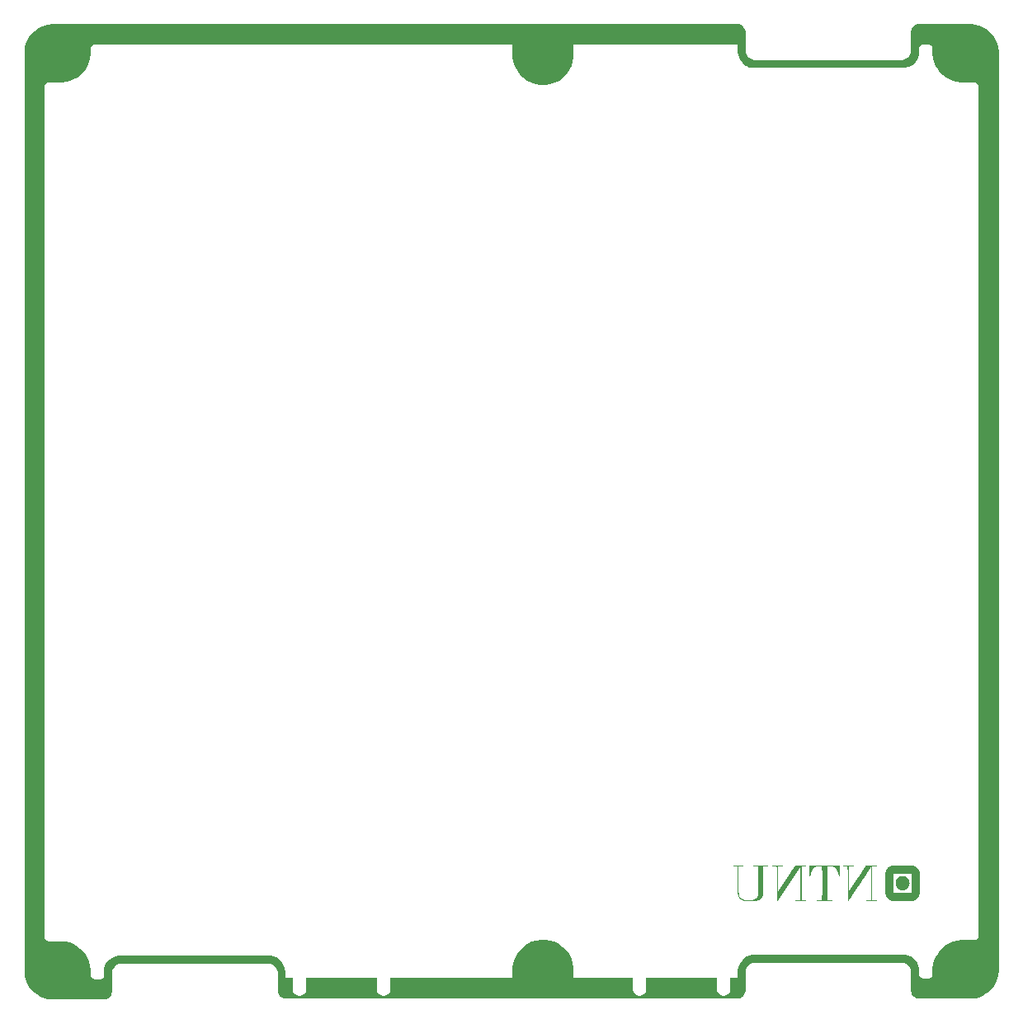
<source format=gbp>
G04*
G04 #@! TF.GenerationSoftware,Altium Limited,Altium Designer,18.0.9 (584)*
G04*
G04 Layer_Color=128*
%FSLAX43Y43*%
%MOMM*%
G71*
G01*
G75*
G36*
X41844Y50010D02*
X46997D01*
X46997Y50010D01*
X47194D01*
X47584Y49959D01*
X47964Y49857D01*
X48327Y49706D01*
X48668Y49510D01*
X48980Y49270D01*
X49258Y48992D01*
X49497Y48680D01*
X49694Y48340D01*
X49844Y47976D01*
X49946Y47597D01*
X49997Y47207D01*
Y47010D01*
X49997Y47010D01*
Y43500D01*
X50000D01*
X50000Y-43474D01*
X49997D01*
Y-47010D01*
X49997Y-47010D01*
Y-47207D01*
X49946Y-47597D01*
X49844Y-47976D01*
X49694Y-48340D01*
X49497Y-48680D01*
X49258Y-48992D01*
X48980Y-49270D01*
X48668Y-49510D01*
X48327Y-49706D01*
X47964Y-49857D01*
X47584Y-49959D01*
X47194Y-50010D01*
X46997D01*
X46997Y-50010D01*
X41844D01*
X41844Y-50014D01*
X41760D01*
X41596Y-49981D01*
X41441Y-49917D01*
X41302Y-49824D01*
X41183Y-49705D01*
X41090Y-49566D01*
X41026Y-49412D01*
X40994Y-49247D01*
Y-49164D01*
X40997Y-49164D01*
Y-47310D01*
X40997Y-47310D01*
X40992Y-47212D01*
X40954Y-47020D01*
X40879Y-46839D01*
X40770Y-46676D01*
X40632Y-46537D01*
X40469Y-46428D01*
X40288Y-46353D01*
X40095Y-46315D01*
X39997Y-46310D01*
X39997Y-46310D01*
X24997D01*
Y-46310D01*
X24899Y-46315D01*
X24707Y-46353D01*
X24526Y-46428D01*
X24363Y-46537D01*
X24224Y-46676D01*
X24115Y-46839D01*
X24040Y-47020D01*
X24002Y-47212D01*
X23997Y-47310D01*
X23997Y-47310D01*
Y-47900D01*
X23999D01*
X24004Y-49154D01*
Y-49154D01*
X24003Y-49237D01*
X23970Y-49401D01*
X23906Y-49555D01*
X23813Y-49694D01*
X23695Y-49812D01*
X23556Y-49904D01*
X23401Y-49968D01*
X23237Y-50000D01*
X23154Y-50000D01*
X22470Y-50000D01*
Y-50004D01*
X12436D01*
Y-50004D01*
X6361Y-50004D01*
Y-50000D01*
X100D01*
Y-50004D01*
X-12430Y-50004D01*
Y-50004D01*
X-22470D01*
Y-50000D01*
X-23154Y-50000D01*
X-23237Y-50000D01*
X-23401Y-49968D01*
X-23556Y-49904D01*
X-23695Y-49812D01*
X-23813Y-49694D01*
X-23906Y-49555D01*
X-23970Y-49401D01*
X-24003Y-49237D01*
X-24004Y-49154D01*
X-24004Y-49154D01*
X-24000Y-48201D01*
X-24000Y-47400D01*
X-24005Y-47302D01*
X-24043Y-47110D01*
X-24118Y-46929D01*
X-24227Y-46766D01*
X-24366Y-46627D01*
X-24529Y-46518D01*
X-24710Y-46443D01*
X-24902Y-46405D01*
X-25000Y-46400D01*
X-25000Y-46400D01*
X-40000Y-46400D01*
X-40098Y-46405D01*
X-40290Y-46443D01*
X-40471Y-46518D01*
X-40634Y-46627D01*
X-40773Y-46766D01*
X-40882Y-46929D01*
X-40957Y-47110D01*
X-40995Y-47302D01*
X-41000Y-47400D01*
Y-47400D01*
X-41000Y-49254D01*
X-41000Y-49337D01*
X-41032Y-49501D01*
X-41096Y-49656D01*
X-41188Y-49795D01*
X-41306Y-49913D01*
X-41445Y-50006D01*
X-41599Y-50070D01*
X-41763Y-50103D01*
X-41846Y-50104D01*
X-47000Y-50100D01*
X-47197D01*
X-47587Y-50049D01*
X-47966Y-49947D01*
X-48330Y-49796D01*
X-48670Y-49600D01*
X-48982Y-49360D01*
X-49260Y-49082D01*
X-49500Y-48770D01*
X-49696Y-48430D01*
X-49847Y-48066D01*
X-49949Y-47687D01*
X-50000Y-47297D01*
X-50000Y-47100D01*
Y-47100D01*
X-50000Y-43500D01*
X-47900D01*
Y-43700D01*
X-47892Y-43778D01*
X-47833Y-43922D01*
X-47722Y-44033D01*
X-47578Y-44092D01*
X-47500Y-44100D01*
X-46303Y-44100D01*
X-46100Y-44100D01*
X-45698Y-44152D01*
X-45306Y-44257D01*
X-44931Y-44412D01*
X-44580Y-44614D01*
X-44258Y-44861D01*
X-43971Y-45147D01*
X-43724Y-45468D01*
X-43521Y-45819D01*
X-43365Y-46194D01*
X-43260Y-46585D01*
X-43207Y-46987D01*
X-43206Y-47190D01*
X-43206Y-47190D01*
Y-47600D01*
X-43199Y-47678D01*
X-43139Y-47822D01*
X-43029Y-47933D01*
X-42884Y-47992D01*
X-42806Y-48000D01*
X-42200D01*
X-42122Y-47992D01*
X-41978Y-47933D01*
X-41867Y-47822D01*
X-41808Y-47678D01*
X-41800Y-47600D01*
Y-47066D01*
Y-46931D01*
X-41748Y-46667D01*
X-41645Y-46419D01*
X-41495Y-46195D01*
X-41400Y-46100D01*
X-41400Y-46100D01*
X-41281Y-45981D01*
X-41002Y-45794D01*
X-40691Y-45666D01*
X-40361Y-45600D01*
X-40193Y-45600D01*
X-40193Y-45600D01*
X-24768Y-45600D01*
X-24633Y-45600D01*
X-24369Y-45652D01*
X-24120Y-45755D01*
X-23895Y-45905D01*
X-23800Y-46000D01*
X-23657Y-46143D01*
X-23433Y-46478D01*
X-23279Y-46851D01*
X-23200Y-47247D01*
X-23200Y-47449D01*
X-23200Y-47449D01*
Y-47900D01*
X-22464D01*
Y-49091D01*
X-22417Y-49268D01*
X-22325Y-49426D01*
X-22196Y-49555D01*
X-22038Y-49647D01*
X-21861Y-49694D01*
X-21679D01*
X-21502Y-49647D01*
X-21344Y-49555D01*
X-21215Y-49426D01*
X-21123Y-49268D01*
X-21100Y-49181D01*
X-21100Y-47900D01*
X-13830Y-47900D01*
X-13830Y-49000D01*
D01*
X-13824Y-49091D01*
X-13777Y-49268D01*
X-13685Y-49426D01*
X-13556Y-49555D01*
X-13398Y-49647D01*
X-13221Y-49694D01*
X-13039D01*
X-12862Y-49647D01*
X-12704Y-49555D01*
X-12575Y-49426D01*
X-12483Y-49268D01*
X-12436Y-49091D01*
X-12430Y-49000D01*
Y-47904D01*
X90Y-47904D01*
Y-47090D01*
Y-46843D01*
X167Y-46355D01*
X320Y-45886D01*
X544Y-45446D01*
X834Y-45046D01*
X1183Y-44697D01*
X1583Y-44407D01*
X2023Y-44182D01*
X2493Y-44030D01*
X2980Y-43952D01*
X3474D01*
X3962Y-44030D01*
X4432Y-44182D01*
X4872Y-44407D01*
X5271Y-44697D01*
X5621Y-45046D01*
X5911Y-45446D01*
X6135Y-45886D01*
X6288Y-46355D01*
X6365Y-46843D01*
Y-47090D01*
X6365Y-47904D01*
X12436Y-47904D01*
Y-49091D01*
X12483Y-49268D01*
X12575Y-49426D01*
X12704Y-49555D01*
X12862Y-49647D01*
X13039Y-49694D01*
X13221D01*
X13398Y-49647D01*
X13556Y-49555D01*
X13685Y-49426D01*
X13777Y-49268D01*
X13824Y-49091D01*
X13830Y-49000D01*
X13830Y-47900D01*
X21100Y-47900D01*
X21100Y-49181D01*
X21123Y-49268D01*
X21215Y-49426D01*
X21344Y-49555D01*
X21502Y-49647D01*
X21679Y-49694D01*
X21861D01*
X22038Y-49647D01*
X22196Y-49555D01*
X22325Y-49426D01*
X22417Y-49268D01*
X22464Y-49091D01*
Y-47900D01*
X23197D01*
Y-47359D01*
Y-47157D01*
X23276Y-46761D01*
X23430Y-46388D01*
X23655Y-46053D01*
X23797Y-45910D01*
X23892Y-45815D01*
X24116Y-45665D01*
X24365Y-45562D01*
X24628Y-45510D01*
X40358D01*
X40688Y-45576D01*
X40999Y-45704D01*
X41278Y-45891D01*
X41397Y-46010D01*
X41492Y-46105D01*
X41642Y-46329D01*
X41745Y-46577D01*
X41797Y-46841D01*
Y-46976D01*
Y-47510D01*
X41805Y-47588D01*
X41865Y-47732D01*
X41975Y-47843D01*
X42119Y-47902D01*
X42197Y-47910D01*
X42804D01*
X42882Y-47902D01*
X43026Y-47843D01*
X43136Y-47732D01*
X43196Y-47588D01*
X43204Y-47510D01*
Y-47100D01*
Y-46897D01*
X43257Y-46495D01*
X43362Y-46103D01*
X43517Y-45728D01*
X43720Y-45376D01*
X43967Y-45054D01*
X44254Y-44767D01*
X44576Y-44520D01*
X44928Y-44317D01*
X45303Y-44162D01*
X45695Y-44057D01*
X46097Y-44004D01*
X46300D01*
Y-44010D01*
X47497D01*
X47575Y-44002D01*
X47720Y-43943D01*
X47830Y-43832D01*
X47890Y-43688D01*
X47897Y-43610D01*
Y-43410D01*
X47900D01*
Y43410D01*
X47897D01*
Y43610D01*
X47890Y43688D01*
X47830Y43832D01*
X47720Y43943D01*
X47575Y44002D01*
X47497Y44010D01*
X46300D01*
Y44004D01*
X46097D01*
X45695Y44057D01*
X45303Y44162D01*
X44928Y44317D01*
X44576Y44520D01*
X44254Y44767D01*
X43967Y45054D01*
X43720Y45376D01*
X43517Y45728D01*
X43362Y46103D01*
X43257Y46495D01*
X43204Y46897D01*
Y47100D01*
Y47510D01*
X43196Y47588D01*
X43136Y47732D01*
X43026Y47843D01*
X42882Y47902D01*
X42804Y47910D01*
X42197D01*
X42119Y47902D01*
X41975Y47843D01*
X41865Y47732D01*
X41805Y47588D01*
X41797Y47510D01*
Y46976D01*
Y46841D01*
X41745Y46577D01*
X41642Y46329D01*
X41492Y46105D01*
X41397Y46010D01*
X41278Y45891D01*
X40999Y45704D01*
X40688Y45576D01*
X40358Y45510D01*
X24628D01*
X24365Y45562D01*
X24116Y45665D01*
X23892Y45815D01*
X23797Y45910D01*
X23797Y45910D01*
X23655Y46053D01*
X23430Y46388D01*
X23276Y46761D01*
X23197Y47157D01*
Y47359D01*
Y47900D01*
X21000D01*
Y47900D01*
X6365Y47900D01*
Y46890D01*
Y46643D01*
X6288Y46155D01*
X6135Y45686D01*
X5911Y45246D01*
X5621Y44846D01*
X5271Y44497D01*
X4872Y44207D01*
X4432Y43982D01*
X3962Y43830D01*
X3474Y43752D01*
X2980D01*
X2493Y43830D01*
X2023Y43982D01*
X1583Y44207D01*
X1183Y44497D01*
X834Y44846D01*
X544Y45246D01*
X320Y45686D01*
X167Y46155D01*
X90Y46643D01*
Y46890D01*
Y47900D01*
X-41000Y47900D01*
X-42806D01*
X-42884Y47892D01*
X-43029Y47833D01*
X-43139Y47722D01*
X-43199Y47578D01*
X-43206Y47500D01*
Y47090D01*
Y46887D01*
X-43259Y46485D01*
X-43364Y46093D01*
X-43520Y45718D01*
X-43723Y45366D01*
X-43970Y45044D01*
X-44257Y44757D01*
X-44579Y44510D01*
X-44930Y44307D01*
X-45305Y44152D01*
X-45697Y44047D01*
X-46100Y43994D01*
X-46303D01*
Y44000D01*
X-47500D01*
X-47578Y43992D01*
X-47722Y43933D01*
X-47833Y43822D01*
X-47892Y43678D01*
X-47900Y43600D01*
Y43400D01*
X-47903D01*
X-47903Y-43490D01*
X-50003D01*
X-50003Y43400D01*
X-50000D01*
Y47000D01*
X-50000Y47000D01*
Y47197D01*
X-49949Y47587D01*
X-49847Y47966D01*
X-49696Y48330D01*
X-49500Y48670D01*
X-49260Y48982D01*
X-48982Y49260D01*
X-48670Y49500D01*
X-48330Y49696D01*
X-47966Y49847D01*
X-47587Y49949D01*
X-47197Y50000D01*
X-47000D01*
X-47000Y50000D01*
X-41000D01*
X21000Y50000D01*
Y49995D01*
X23154Y50004D01*
X23154Y50004D01*
X23237Y50003D01*
X23401Y49970D01*
X23555Y49906D01*
X23694Y49813D01*
X23812Y49695D01*
X23904Y49556D01*
X23968Y49401D01*
X24000Y49237D01*
X24000Y49154D01*
X24000Y47900D01*
X23997D01*
Y47310D01*
X23997Y47310D01*
X24002Y47212D01*
X24040Y47020D01*
X24115Y46839D01*
X24224Y46676D01*
X24363Y46537D01*
X24526Y46428D01*
X24707Y46353D01*
X24899Y46315D01*
X24997Y46310D01*
Y46310D01*
X39997D01*
X39997Y46310D01*
X40095Y46315D01*
X40288Y46353D01*
X40469Y46428D01*
X40632Y46537D01*
X40770Y46676D01*
X40879Y46839D01*
X40954Y47020D01*
X40992Y47212D01*
X40997Y47310D01*
X40997Y47310D01*
Y49164D01*
X40994Y49164D01*
Y49247D01*
X41026Y49412D01*
X41090Y49566D01*
X41183Y49705D01*
X41302Y49824D01*
X41441Y49917D01*
X41596Y49981D01*
X41760Y50014D01*
X41844D01*
X41844Y50010D01*
D02*
G37*
G36*
X33679Y-37470D02*
X33577D01*
Y-37385D01*
X33568D01*
Y-37292D01*
X33560D01*
Y-37283D01*
X33551D01*
Y-37224D01*
X33543D01*
Y-37173D01*
X33534D01*
Y-37130D01*
X33526D01*
Y-37122D01*
X33517D01*
Y-37096D01*
X33509D01*
Y-37062D01*
X33500D01*
Y-37037D01*
X33492D01*
Y-37028D01*
X33483D01*
Y-37003D01*
X33475D01*
Y-36977D01*
X33466D01*
Y-36951D01*
X33458D01*
Y-36943D01*
X33449D01*
Y-36926D01*
X33441D01*
Y-36901D01*
X33432D01*
Y-36883D01*
X33424D01*
Y-36875D01*
X33415D01*
Y-36858D01*
X33407D01*
Y-36841D01*
X33398D01*
Y-36824D01*
X33390D01*
Y-36815D01*
X33381D01*
Y-36798D01*
X33373D01*
Y-36790D01*
X33364D01*
Y-36764D01*
X33347D01*
Y-36747D01*
X33339D01*
Y-36739D01*
X33330D01*
Y-36722D01*
X33322D01*
Y-36713D01*
X33313D01*
Y-36705D01*
X33305D01*
Y-36688D01*
X33296D01*
Y-36679D01*
X33279D01*
Y-36662D01*
X33271D01*
Y-36654D01*
X33262D01*
Y-36645D01*
X33254D01*
Y-36637D01*
X33245D01*
Y-36628D01*
X33237D01*
Y-36620D01*
X33228D01*
Y-36611D01*
X33220D01*
Y-36603D01*
X33211D01*
Y-36594D01*
X33203D01*
Y-36586D01*
X33186D01*
Y-36577D01*
X33177D01*
Y-36569D01*
X33169D01*
Y-36560D01*
X33160D01*
Y-36552D01*
X33143D01*
Y-36543D01*
X33126D01*
Y-36526D01*
X33101D01*
Y-36518D01*
X33075D01*
Y-36509D01*
X33058D01*
Y-36501D01*
X33041D01*
Y-36492D01*
X33024D01*
Y-36484D01*
X32982D01*
Y-36475D01*
X32973D01*
Y-36467D01*
X32931D01*
Y-36458D01*
X32837D01*
Y-36450D01*
X32395D01*
Y-36458D01*
X32387D01*
Y-36467D01*
X32378D01*
Y-39876D01*
X32387D01*
Y-39884D01*
X32395D01*
Y-39893D01*
X32404D01*
Y-39901D01*
X32931D01*
Y-39978D01*
X31316D01*
Y-39901D01*
X31843D01*
Y-39893D01*
X31851D01*
Y-39884D01*
X31843D01*
Y-39876D01*
X31860D01*
Y-39400D01*
X31868D01*
Y-36892D01*
X31860D01*
Y-36467D01*
X31851D01*
Y-36450D01*
X31426D01*
Y-36458D01*
X31341D01*
Y-36467D01*
X31282D01*
Y-36475D01*
X31273D01*
Y-36484D01*
X31231D01*
Y-36492D01*
X31197D01*
Y-36501D01*
X31188D01*
Y-36509D01*
X31171D01*
Y-36518D01*
X31154D01*
Y-36526D01*
X31129D01*
Y-36535D01*
X31120D01*
Y-36543D01*
X31103D01*
Y-36552D01*
X31086D01*
Y-36560D01*
X31077D01*
Y-36569D01*
X31069D01*
Y-36577D01*
X31052D01*
Y-36586D01*
X31044D01*
Y-36594D01*
X31035D01*
Y-36603D01*
X31018D01*
Y-36611D01*
X31009D01*
Y-36620D01*
X30992D01*
Y-36637D01*
X30984D01*
Y-36645D01*
X30975D01*
Y-36662D01*
X30958D01*
Y-36671D01*
X30950D01*
Y-36679D01*
X30941D01*
Y-36696D01*
X30924D01*
Y-36713D01*
X30916D01*
Y-36730D01*
X30907D01*
Y-36739D01*
X30899D01*
Y-36747D01*
X30890D01*
Y-36764D01*
X30882D01*
Y-36790D01*
X30873D01*
Y-36798D01*
X30856D01*
Y-36824D01*
X30848D01*
Y-36841D01*
X30839D01*
Y-36858D01*
X30831D01*
Y-36866D01*
X30822D01*
Y-36892D01*
X30814D01*
Y-36909D01*
X30805D01*
Y-36935D01*
X30797D01*
Y-36943D01*
X30788D01*
Y-36960D01*
X30780D01*
Y-36986D01*
X30771D01*
Y-37011D01*
X30763D01*
Y-37020D01*
X30754D01*
Y-37054D01*
X30746D01*
Y-37088D01*
X30737D01*
Y-37122D01*
X30729D01*
Y-37130D01*
X30720D01*
Y-37164D01*
X30712D01*
Y-37215D01*
X30703D01*
Y-37224D01*
X30695D01*
Y-37283D01*
X30686D01*
Y-37368D01*
X30678D01*
Y-37470D01*
X30567D01*
Y-36348D01*
X33679D01*
Y-37470D01*
D02*
G37*
G36*
X37487Y-36424D02*
X37045D01*
Y-36433D01*
X37028D01*
Y-36688D01*
X37020D01*
Y-39621D01*
X37028D01*
Y-39876D01*
X37037D01*
Y-39884D01*
X37045D01*
Y-39893D01*
X37054D01*
Y-39901D01*
X37487D01*
Y-39978D01*
X36374D01*
Y-39901D01*
X36892D01*
Y-39893D01*
X36901D01*
Y-39884D01*
X36892D01*
Y-39876D01*
X36909D01*
Y-39434D01*
X36918D01*
Y-36560D01*
X36909D01*
Y-36552D01*
X36901D01*
Y-36535D01*
X36892D01*
Y-36543D01*
X36867D01*
Y-36552D01*
X36875D01*
Y-36560D01*
X36858D01*
Y-36577D01*
X36850D01*
Y-36586D01*
X36841D01*
Y-36594D01*
X36833D01*
Y-36611D01*
X36824D01*
Y-36620D01*
X36816D01*
Y-36637D01*
X36807D01*
Y-36645D01*
X36799D01*
Y-36662D01*
X36790D01*
Y-36679D01*
X36782D01*
Y-36688D01*
X36773D01*
Y-36696D01*
X36765D01*
Y-36713D01*
X36756D01*
Y-36730D01*
X36748D01*
Y-36739D01*
X36739D01*
Y-36747D01*
X36731D01*
Y-36764D01*
X36722D01*
Y-36781D01*
X36714D01*
Y-36790D01*
X36705D01*
Y-36798D01*
X36697D01*
Y-36815D01*
X36688D01*
Y-36832D01*
X36680D01*
Y-36841D01*
X36671D01*
Y-36849D01*
X36663D01*
Y-36866D01*
X36654D01*
Y-36883D01*
X36637D01*
Y-36901D01*
X36629D01*
Y-36917D01*
X36620D01*
Y-36935D01*
X36612D01*
Y-36943D01*
X36603D01*
Y-36951D01*
X36595D01*
Y-36968D01*
X36586D01*
Y-36977D01*
X36578D01*
Y-36994D01*
X36569D01*
Y-37011D01*
X36561D01*
Y-37020D01*
X36552D01*
Y-37037D01*
X36535D01*
Y-37054D01*
X36527D01*
Y-37071D01*
X36518D01*
Y-37088D01*
X36510D01*
Y-37096D01*
X36501D01*
Y-37105D01*
X36493D01*
Y-37122D01*
X36484D01*
Y-37130D01*
X36476D01*
Y-37147D01*
X36467D01*
Y-37164D01*
X36459D01*
Y-37173D01*
X36450D01*
Y-37190D01*
X36442D01*
Y-37198D01*
X36433D01*
Y-37215D01*
X36425D01*
Y-37224D01*
X36416D01*
Y-37241D01*
X36408D01*
Y-37249D01*
X36399D01*
Y-37258D01*
X36391D01*
Y-37275D01*
X36382D01*
Y-37283D01*
X36374D01*
Y-37300D01*
X36365D01*
Y-37317D01*
X36357D01*
Y-37326D01*
X36348D01*
Y-37334D01*
X36340D01*
Y-37351D01*
X36331D01*
Y-37368D01*
X36323D01*
Y-37377D01*
X36314D01*
Y-37385D01*
X36306D01*
Y-37402D01*
X36297D01*
Y-37419D01*
X36289D01*
Y-37428D01*
X36280D01*
Y-37436D01*
X36272D01*
Y-37453D01*
X36263D01*
Y-37470D01*
X36255D01*
Y-37479D01*
X36246D01*
Y-37487D01*
X36238D01*
Y-37504D01*
X36229D01*
Y-37521D01*
X36221D01*
Y-37530D01*
X36212D01*
Y-37538D01*
X36204D01*
Y-37555D01*
X36195D01*
Y-37572D01*
X36187D01*
Y-37581D01*
X36178D01*
Y-37589D01*
X36170D01*
Y-37606D01*
X36161D01*
Y-37623D01*
X36153D01*
Y-37640D01*
X36136D01*
Y-37657D01*
X36127D01*
Y-37674D01*
X36119D01*
Y-37683D01*
X36110D01*
Y-37691D01*
X36102D01*
Y-37708D01*
X36093D01*
Y-37725D01*
X36076D01*
Y-37742D01*
X36068D01*
Y-37759D01*
X36059D01*
Y-37768D01*
X36051D01*
Y-37776D01*
X36042D01*
Y-37802D01*
X36034D01*
Y-37810D01*
X36025D01*
Y-37827D01*
X36008D01*
Y-37853D01*
X36000D01*
Y-37861D01*
X35991D01*
Y-37878D01*
X35983D01*
Y-37887D01*
X35974D01*
Y-37895D01*
X35966D01*
Y-37912D01*
X35957D01*
Y-37921D01*
X35949D01*
Y-37938D01*
X35940D01*
Y-37955D01*
X35932D01*
Y-37963D01*
X35923D01*
Y-37980D01*
X35915D01*
Y-37989D01*
X35906D01*
Y-38006D01*
X35898D01*
Y-38014D01*
X35889D01*
Y-38031D01*
X35881D01*
Y-38040D01*
X35872D01*
Y-38057D01*
X35864D01*
Y-38074D01*
X35855D01*
Y-38082D01*
X35847D01*
Y-38091D01*
X35838D01*
Y-38108D01*
X35821D01*
Y-38125D01*
X35813D01*
Y-38142D01*
X35804D01*
Y-38159D01*
X35796D01*
Y-38167D01*
X35787D01*
Y-38176D01*
X35779D01*
Y-38193D01*
X35770D01*
Y-38210D01*
X35762D01*
Y-38218D01*
X35753D01*
Y-38227D01*
X35745D01*
Y-38244D01*
X35736D01*
Y-38261D01*
X35728D01*
Y-38278D01*
X35711D01*
Y-38295D01*
X35702D01*
Y-38312D01*
X35694D01*
Y-38320D01*
X35685D01*
Y-38329D01*
X35677D01*
Y-38346D01*
X35668D01*
Y-38363D01*
X35660D01*
Y-38371D01*
X35651D01*
Y-38380D01*
X35643D01*
Y-38397D01*
X35634D01*
Y-38414D01*
X35626D01*
Y-38431D01*
X35609D01*
Y-38448D01*
X35600D01*
Y-38465D01*
X35592D01*
Y-38482D01*
X35583D01*
Y-38490D01*
X35575D01*
Y-38499D01*
X35566D01*
Y-38516D01*
X35558D01*
Y-38524D01*
X35549D01*
Y-38533D01*
X35541D01*
Y-38550D01*
X35532D01*
Y-38558D01*
X35524D01*
Y-38567D01*
X35515D01*
Y-38592D01*
X35507D01*
Y-38601D01*
X35498D01*
Y-38618D01*
X35481D01*
Y-38643D01*
X35473D01*
Y-38652D01*
X35464D01*
Y-38669D01*
X35456D01*
Y-38677D01*
X35447D01*
Y-38694D01*
X35439D01*
Y-38711D01*
X35422D01*
Y-38728D01*
X35413D01*
Y-38745D01*
X35405D01*
Y-38754D01*
X35396D01*
Y-38771D01*
X35388D01*
Y-38779D01*
X35379D01*
Y-38796D01*
X35371D01*
Y-38805D01*
X35362D01*
Y-38822D01*
X35354D01*
Y-38830D01*
X35345D01*
Y-38847D01*
X35337D01*
Y-38864D01*
X35328D01*
Y-38873D01*
X35320D01*
Y-38881D01*
X35311D01*
Y-38898D01*
X35303D01*
Y-38915D01*
X35294D01*
Y-38924D01*
X35286D01*
Y-38932D01*
X35277D01*
Y-38949D01*
X35269D01*
Y-38958D01*
X35260D01*
Y-38966D01*
X35252D01*
Y-38983D01*
X35243D01*
Y-39000D01*
X35235D01*
Y-39009D01*
X35226D01*
Y-39017D01*
X35218D01*
Y-39034D01*
X35209D01*
Y-39051D01*
X35201D01*
Y-39068D01*
X35184D01*
Y-39085D01*
X35175D01*
Y-39102D01*
X35167D01*
Y-39119D01*
X35150D01*
Y-39136D01*
X35141D01*
Y-39153D01*
X35133D01*
Y-39162D01*
X35124D01*
Y-39170D01*
X35116D01*
Y-39187D01*
X35107D01*
Y-39204D01*
X35099D01*
Y-39221D01*
X35082D01*
Y-39238D01*
X35073D01*
Y-39255D01*
X35065D01*
Y-39272D01*
X35048D01*
Y-39289D01*
X35039D01*
Y-39306D01*
X35031D01*
Y-39315D01*
X35022D01*
Y-39323D01*
X35014D01*
Y-39349D01*
X35005D01*
Y-39357D01*
X34997D01*
Y-39374D01*
X34980D01*
Y-39391D01*
X34971D01*
Y-39408D01*
X34954D01*
Y-39434D01*
X34946D01*
Y-39442D01*
X34937D01*
Y-39459D01*
X34929D01*
Y-39468D01*
X34920D01*
Y-39485D01*
X34912D01*
Y-39502D01*
X34895D01*
Y-39519D01*
X34886D01*
Y-39536D01*
X34878D01*
Y-39553D01*
X34869D01*
Y-39561D01*
X34852D01*
Y-39587D01*
X34843D01*
Y-39595D01*
X34835D01*
Y-39612D01*
X34826D01*
Y-39621D01*
X34818D01*
Y-39638D01*
X34810D01*
Y-39655D01*
X34801D01*
Y-39663D01*
X34792D01*
Y-39672D01*
X34784D01*
Y-39689D01*
X34775D01*
Y-39706D01*
X34767D01*
Y-39714D01*
X34758D01*
Y-39723D01*
X34750D01*
Y-39740D01*
X34741D01*
Y-39757D01*
X34733D01*
Y-39765D01*
X34724D01*
Y-39774D01*
X34716D01*
Y-39791D01*
X34707D01*
Y-39808D01*
X34699D01*
Y-39816D01*
X34690D01*
Y-39825D01*
X34682D01*
Y-39842D01*
X34673D01*
Y-39859D01*
X34656D01*
Y-39876D01*
X34648D01*
Y-39893D01*
X34639D01*
Y-39910D01*
X34622D01*
Y-39927D01*
X34614D01*
Y-39944D01*
X34605D01*
Y-39952D01*
X34597D01*
Y-39961D01*
X34588D01*
Y-39978D01*
X34580D01*
Y-39995D01*
X34571D01*
Y-40012D01*
X34554D01*
Y-40029D01*
X34546D01*
Y-40046D01*
X34520D01*
Y-40037D01*
X34495D01*
Y-36747D01*
X34486D01*
Y-36441D01*
X34478D01*
Y-36433D01*
X34469D01*
Y-36424D01*
X34044D01*
Y-36348D01*
X35133D01*
Y-36424D01*
X34622D01*
Y-36441D01*
X34605D01*
Y-38932D01*
X34614D01*
Y-38949D01*
X34622D01*
Y-38958D01*
X34631D01*
Y-38949D01*
X34639D01*
Y-38941D01*
X34656D01*
Y-38924D01*
X34665D01*
Y-38907D01*
X34673D01*
Y-38898D01*
X34682D01*
Y-38890D01*
X34690D01*
Y-38873D01*
X34699D01*
Y-38864D01*
X34707D01*
Y-38856D01*
X34716D01*
Y-38839D01*
X34724D01*
Y-38822D01*
X34733D01*
Y-38813D01*
X34741D01*
Y-38805D01*
X34750D01*
Y-38788D01*
X34758D01*
Y-38771D01*
X34767D01*
Y-38754D01*
X34784D01*
Y-38737D01*
X34792D01*
Y-38720D01*
X34801D01*
Y-38711D01*
X34810D01*
Y-38703D01*
X34818D01*
Y-38686D01*
X34826D01*
Y-38669D01*
X34835D01*
Y-38660D01*
X34843D01*
Y-38652D01*
X34852D01*
Y-38635D01*
X34861D01*
Y-38618D01*
X34869D01*
Y-38601D01*
X34878D01*
Y-38592D01*
X34886D01*
Y-38584D01*
X34895D01*
Y-38567D01*
X34903D01*
Y-38550D01*
X34912D01*
Y-38541D01*
X34920D01*
Y-38533D01*
X34929D01*
Y-38516D01*
X34937D01*
Y-38499D01*
X34954D01*
Y-38482D01*
X34963D01*
Y-38465D01*
X34971D01*
Y-38448D01*
X34980D01*
Y-38439D01*
X34988D01*
Y-38431D01*
X34997D01*
Y-38414D01*
X35005D01*
Y-38405D01*
X35014D01*
Y-38388D01*
X35022D01*
Y-38380D01*
X35031D01*
Y-38363D01*
X35039D01*
Y-38354D01*
X35048D01*
Y-38337D01*
X35056D01*
Y-38320D01*
X35065D01*
Y-38312D01*
X35073D01*
Y-38303D01*
X35082D01*
Y-38286D01*
X35090D01*
Y-38278D01*
X35099D01*
Y-38261D01*
X35107D01*
Y-38252D01*
X35116D01*
Y-38235D01*
X35124D01*
Y-38227D01*
X35133D01*
Y-38210D01*
X35141D01*
Y-38201D01*
X35150D01*
Y-38184D01*
X35158D01*
Y-38167D01*
X35167D01*
Y-38159D01*
X35175D01*
Y-38150D01*
X35184D01*
Y-38133D01*
X35192D01*
Y-38116D01*
X35201D01*
Y-38108D01*
X35209D01*
Y-38099D01*
X35218D01*
Y-38082D01*
X35226D01*
Y-38074D01*
X35235D01*
Y-38057D01*
X35243D01*
Y-38048D01*
X35252D01*
Y-38031D01*
X35260D01*
Y-38014D01*
X35269D01*
Y-38006D01*
X35277D01*
Y-37997D01*
X35286D01*
Y-37980D01*
X35294D01*
Y-37963D01*
X35311D01*
Y-37946D01*
X35320D01*
Y-37929D01*
X35328D01*
Y-37912D01*
X35345D01*
Y-37895D01*
X35354D01*
Y-37878D01*
X35362D01*
Y-37870D01*
X35371D01*
Y-37861D01*
X35379D01*
Y-37844D01*
X35388D01*
Y-37827D01*
X35396D01*
Y-37810D01*
X35413D01*
Y-37793D01*
X35422D01*
Y-37776D01*
X35430D01*
Y-37759D01*
X35439D01*
Y-37751D01*
X35447D01*
Y-37742D01*
X35456D01*
Y-37725D01*
X35464D01*
Y-37717D01*
X35473D01*
Y-37700D01*
X35481D01*
Y-37683D01*
X35490D01*
Y-37674D01*
X35498D01*
Y-37657D01*
X35507D01*
Y-37649D01*
X35515D01*
Y-37640D01*
X35524D01*
Y-37623D01*
X35532D01*
Y-37606D01*
X35541D01*
Y-37598D01*
X35549D01*
Y-37589D01*
X35558D01*
Y-37572D01*
X35566D01*
Y-37564D01*
X35575D01*
Y-37547D01*
X35583D01*
Y-37530D01*
X35600D01*
Y-37513D01*
X35609D01*
Y-37496D01*
X35617D01*
Y-37479D01*
X35626D01*
Y-37470D01*
X35634D01*
Y-37462D01*
X35643D01*
Y-37445D01*
X35651D01*
Y-37436D01*
X35660D01*
Y-37419D01*
X35668D01*
Y-37411D01*
X35677D01*
Y-37394D01*
X35685D01*
Y-37377D01*
X35694D01*
Y-37368D01*
X35702D01*
Y-37360D01*
X35711D01*
Y-37343D01*
X35719D01*
Y-37326D01*
X35728D01*
Y-37317D01*
X35736D01*
Y-37309D01*
X35745D01*
Y-37292D01*
X35753D01*
Y-37275D01*
X35762D01*
Y-37266D01*
X35770D01*
Y-37258D01*
X35779D01*
Y-37241D01*
X35787D01*
Y-37224D01*
X35796D01*
Y-37215D01*
X35804D01*
Y-37207D01*
X35813D01*
Y-37190D01*
X35821D01*
Y-37173D01*
X35830D01*
Y-37164D01*
X35838D01*
Y-37156D01*
X35847D01*
Y-37139D01*
X35855D01*
Y-37122D01*
X35872D01*
Y-37105D01*
X35881D01*
Y-37088D01*
X35889D01*
Y-37079D01*
X35898D01*
Y-37071D01*
X35906D01*
Y-37054D01*
X35915D01*
Y-37037D01*
X35923D01*
Y-37020D01*
X35940D01*
Y-37003D01*
X35949D01*
Y-36986D01*
X35957D01*
Y-36968D01*
X35974D01*
Y-36951D01*
X35983D01*
Y-36935D01*
X35991D01*
Y-36926D01*
X36000D01*
Y-36917D01*
X36008D01*
Y-36892D01*
X36017D01*
Y-36883D01*
X36025D01*
Y-36866D01*
X36042D01*
Y-36841D01*
X36051D01*
Y-36832D01*
X36059D01*
Y-36815D01*
X36068D01*
Y-36807D01*
X36076D01*
Y-36798D01*
X36085D01*
Y-36781D01*
X36093D01*
Y-36773D01*
X36102D01*
Y-36756D01*
X36110D01*
Y-36747D01*
X36119D01*
Y-36739D01*
X36127D01*
Y-36730D01*
X36136D01*
Y-36705D01*
X36144D01*
Y-36688D01*
X36153D01*
Y-36679D01*
X36170D01*
Y-36654D01*
X36178D01*
Y-36637D01*
X36187D01*
Y-36628D01*
X36195D01*
Y-36620D01*
X36204D01*
Y-36603D01*
X36212D01*
Y-36586D01*
X36229D01*
Y-36569D01*
X36238D01*
Y-36552D01*
X36246D01*
Y-36535D01*
X36255D01*
Y-36526D01*
X36263D01*
Y-36518D01*
X36272D01*
Y-36501D01*
X36280D01*
Y-36484D01*
X36289D01*
Y-36475D01*
X36297D01*
Y-36467D01*
X36306D01*
Y-36450D01*
X36314D01*
Y-36433D01*
X36323D01*
Y-36416D01*
X36340D01*
Y-36399D01*
X36348D01*
Y-36382D01*
X36357D01*
Y-36373D01*
X36365D01*
Y-36365D01*
X36374D01*
Y-36348D01*
X37487D01*
Y-36424D01*
D02*
G37*
G36*
X30227D02*
X29768D01*
Y-36441D01*
X29760D01*
Y-36901D01*
X29751D01*
Y-39408D01*
X29760D01*
Y-39876D01*
X29777D01*
Y-39884D01*
X29768D01*
Y-39893D01*
X29777D01*
Y-39901D01*
X30227D01*
Y-39978D01*
X29105D01*
Y-39901D01*
X29624D01*
Y-39893D01*
X29632D01*
Y-39876D01*
X29641D01*
Y-39655D01*
X29649D01*
Y-36560D01*
X29632D01*
Y-36543D01*
X29607D01*
Y-36552D01*
X29598D01*
Y-36560D01*
X29590D01*
Y-36577D01*
X29573D01*
Y-36594D01*
X29564D01*
Y-36611D01*
X29556D01*
Y-36620D01*
X29547D01*
Y-36628D01*
X29539D01*
Y-36645D01*
X29530D01*
Y-36662D01*
X29522D01*
Y-36671D01*
X29513D01*
Y-36679D01*
X29505D01*
Y-36696D01*
X29496D01*
Y-36713D01*
X29488D01*
Y-36730D01*
X29479D01*
Y-36739D01*
X29471D01*
Y-36747D01*
X29462D01*
Y-36764D01*
X29454D01*
Y-36781D01*
X29445D01*
Y-36790D01*
X29437D01*
Y-36798D01*
X29428D01*
Y-36815D01*
X29420D01*
Y-36832D01*
X29403D01*
Y-36849D01*
X29394D01*
Y-36866D01*
X29386D01*
Y-36883D01*
X29377D01*
Y-36892D01*
X29369D01*
Y-36901D01*
X29360D01*
Y-36917D01*
X29352D01*
Y-36935D01*
X29343D01*
Y-36943D01*
X29335D01*
Y-36951D01*
X29326D01*
Y-36977D01*
X29318D01*
Y-36986D01*
X29309D01*
Y-36994D01*
X29301D01*
Y-37011D01*
X29292D01*
Y-37020D01*
X29284D01*
Y-37028D01*
X29275D01*
Y-37045D01*
X29267D01*
Y-37054D01*
X29258D01*
Y-37071D01*
X29250D01*
Y-37079D01*
X29241D01*
Y-37096D01*
X29233D01*
Y-37105D01*
X29224D01*
Y-37122D01*
X29216D01*
Y-37130D01*
X29207D01*
Y-37147D01*
X29199D01*
Y-37164D01*
X29190D01*
Y-37173D01*
X29182D01*
Y-37181D01*
X29173D01*
Y-37198D01*
X29165D01*
Y-37215D01*
X29156D01*
Y-37224D01*
X29148D01*
Y-37232D01*
X29139D01*
Y-37249D01*
X29131D01*
Y-37266D01*
X29122D01*
Y-37275D01*
X29114D01*
Y-37283D01*
X29105D01*
Y-37300D01*
X29097D01*
Y-37317D01*
X29088D01*
Y-37334D01*
X29071D01*
Y-37351D01*
X29063D01*
Y-37368D01*
X29054D01*
Y-37377D01*
X29046D01*
Y-37385D01*
X29037D01*
Y-37402D01*
X29029D01*
Y-37419D01*
X29020D01*
Y-37428D01*
X29012D01*
Y-37436D01*
X29003D01*
Y-37453D01*
X28995D01*
Y-37462D01*
X28986D01*
Y-37470D01*
X28978D01*
Y-37487D01*
X28969D01*
Y-37504D01*
X28961D01*
Y-37521D01*
X28952D01*
Y-37530D01*
X28944D01*
Y-37538D01*
X28935D01*
Y-37555D01*
X28927D01*
Y-37572D01*
X28918D01*
Y-37581D01*
X28910D01*
Y-37589D01*
X28901D01*
Y-37606D01*
X28893D01*
Y-37623D01*
X28884D01*
Y-37632D01*
X28876D01*
Y-37649D01*
X28867D01*
Y-37657D01*
X28859D01*
Y-37674D01*
X28850D01*
Y-37683D01*
X28842D01*
Y-37691D01*
X28833D01*
Y-37708D01*
X28825D01*
Y-37725D01*
X28816D01*
Y-37734D01*
X28808D01*
Y-37742D01*
X28799D01*
Y-37768D01*
X28791D01*
Y-37776D01*
X28782D01*
Y-37785D01*
X28774D01*
Y-37802D01*
X28765D01*
Y-37819D01*
X28757D01*
Y-37827D01*
X28748D01*
Y-37836D01*
X28740D01*
Y-37853D01*
X28731D01*
Y-37861D01*
X28723D01*
Y-37870D01*
X28714D01*
Y-37887D01*
X28706D01*
Y-37895D01*
X28697D01*
Y-37912D01*
X28689D01*
Y-37921D01*
X28680D01*
Y-37938D01*
X28672D01*
Y-37955D01*
X28663D01*
Y-37963D01*
X28655D01*
Y-37972D01*
X28646D01*
Y-37989D01*
X28638D01*
Y-38006D01*
X28629D01*
Y-38014D01*
X28621D01*
Y-38023D01*
X28612D01*
Y-38040D01*
X28604D01*
Y-38057D01*
X28595D01*
Y-38065D01*
X28587D01*
Y-38074D01*
X28578D01*
Y-38091D01*
X28570D01*
Y-38108D01*
X28561D01*
Y-38116D01*
X28553D01*
Y-38125D01*
X28544D01*
Y-38142D01*
X28536D01*
Y-38159D01*
X28527D01*
Y-38167D01*
X28519D01*
Y-38176D01*
X28510D01*
Y-38193D01*
X28502D01*
Y-38210D01*
X28493D01*
Y-38218D01*
X28485D01*
Y-38227D01*
X28476D01*
Y-38244D01*
X28468D01*
Y-38252D01*
X28459D01*
Y-38269D01*
X28451D01*
Y-38286D01*
X28442D01*
Y-38295D01*
X28434D01*
Y-38312D01*
X28417D01*
Y-38329D01*
X28408D01*
Y-38346D01*
X28400D01*
Y-38363D01*
X28391D01*
Y-38371D01*
X28383D01*
Y-38380D01*
X28374D01*
Y-38397D01*
X28366D01*
Y-38405D01*
X28357D01*
Y-38422D01*
X28349D01*
Y-38439D01*
X28340D01*
Y-38448D01*
X28332D01*
Y-38465D01*
X28323D01*
Y-38473D01*
X28315D01*
Y-38490D01*
X28306D01*
Y-38499D01*
X28298D01*
Y-38516D01*
X28289D01*
Y-38524D01*
X28281D01*
Y-38533D01*
X28272D01*
Y-38558D01*
X28264D01*
Y-38567D01*
X28255D01*
Y-38575D01*
X28247D01*
Y-38592D01*
X28238D01*
Y-38609D01*
X28230D01*
Y-38618D01*
X28221D01*
Y-38626D01*
X28213D01*
Y-38643D01*
X28204D01*
Y-38652D01*
X28196D01*
Y-38669D01*
X28187D01*
Y-38677D01*
X28179D01*
Y-38694D01*
X28170D01*
Y-38703D01*
X28162D01*
Y-38711D01*
X28153D01*
Y-38728D01*
X28145D01*
Y-38745D01*
X28136D01*
Y-38754D01*
X28128D01*
Y-38762D01*
X28119D01*
Y-38779D01*
X28111D01*
Y-38796D01*
X28102D01*
Y-38805D01*
X28094D01*
Y-38813D01*
X28085D01*
Y-38830D01*
X28077D01*
Y-38847D01*
X28068D01*
Y-38856D01*
X28060D01*
Y-38864D01*
X28051D01*
Y-38881D01*
X28043D01*
Y-38898D01*
X28034D01*
Y-38915D01*
X28017D01*
Y-38932D01*
X28009D01*
Y-38949D01*
X28000D01*
Y-38958D01*
X27992D01*
Y-38966D01*
X27983D01*
Y-38983D01*
X27975D01*
Y-39000D01*
X27966D01*
Y-39009D01*
X27958D01*
Y-39017D01*
X27949D01*
Y-39034D01*
X27941D01*
Y-39051D01*
X27932D01*
Y-39068D01*
X27924D01*
Y-39077D01*
X27915D01*
Y-39085D01*
X27907D01*
Y-39102D01*
X27890D01*
Y-39128D01*
X27881D01*
Y-39136D01*
X27873D01*
Y-39153D01*
X27864D01*
Y-39162D01*
X27856D01*
Y-39170D01*
X27847D01*
Y-39187D01*
X27839D01*
Y-39196D01*
X27830D01*
Y-39213D01*
X27822D01*
Y-39230D01*
X27813D01*
Y-39238D01*
X27805D01*
Y-39255D01*
X27796D01*
Y-39264D01*
X27788D01*
Y-39281D01*
X27779D01*
Y-39289D01*
X27771D01*
Y-39306D01*
X27762D01*
Y-39315D01*
X27754D01*
Y-39332D01*
X27745D01*
Y-39349D01*
X27737D01*
Y-39357D01*
X27728D01*
Y-39366D01*
X27720D01*
Y-39383D01*
X27711D01*
Y-39391D01*
X27703D01*
Y-39408D01*
X27694D01*
Y-39417D01*
X27686D01*
Y-39434D01*
X27677D01*
Y-39442D01*
X27669D01*
Y-39459D01*
X27660D01*
Y-39468D01*
X27652D01*
Y-39485D01*
X27643D01*
Y-39502D01*
X27635D01*
Y-39510D01*
X27626D01*
Y-39519D01*
X27618D01*
Y-39536D01*
X27609D01*
Y-39553D01*
X27592D01*
Y-39570D01*
X27584D01*
Y-39587D01*
X27575D01*
Y-39595D01*
X27567D01*
Y-39604D01*
X27558D01*
Y-39621D01*
X27550D01*
Y-39638D01*
X27541D01*
Y-39646D01*
X27533D01*
Y-39655D01*
X27524D01*
Y-39672D01*
X27516D01*
Y-39689D01*
X27507D01*
Y-39706D01*
X27490D01*
Y-39723D01*
X27482D01*
Y-39740D01*
X27473D01*
Y-39757D01*
X27465D01*
Y-39765D01*
X27456D01*
Y-39774D01*
X27448D01*
Y-39791D01*
X27439D01*
Y-39799D01*
X27431D01*
Y-39808D01*
X27422D01*
Y-39825D01*
X27414D01*
Y-39842D01*
X27405D01*
Y-39859D01*
X27397D01*
Y-39867D01*
X27388D01*
Y-39876D01*
X27380D01*
Y-39893D01*
X27371D01*
Y-39910D01*
X27363D01*
Y-39918D01*
X27354D01*
Y-39927D01*
X27346D01*
Y-39944D01*
X27337D01*
Y-39961D01*
X27329D01*
Y-39969D01*
X27320D01*
Y-39986D01*
X27303D01*
Y-40003D01*
X27295D01*
Y-40020D01*
X27286D01*
Y-40029D01*
X27278D01*
Y-40046D01*
X27260D01*
Y-40037D01*
X27226D01*
Y-36552D01*
X27218D01*
Y-36535D01*
X27209D01*
Y-36433D01*
X27201D01*
Y-36424D01*
X26776D01*
Y-36348D01*
X27856D01*
Y-36424D01*
X27354D01*
Y-36441D01*
X27337D01*
Y-38932D01*
X27346D01*
Y-38949D01*
X27354D01*
Y-38958D01*
X27363D01*
Y-38949D01*
X27371D01*
Y-38941D01*
X27388D01*
Y-38924D01*
X27397D01*
Y-38915D01*
X27405D01*
Y-38898D01*
X27414D01*
Y-38890D01*
X27422D01*
Y-38873D01*
X27431D01*
Y-38864D01*
X27439D01*
Y-38847D01*
X27448D01*
Y-38839D01*
X27456D01*
Y-38822D01*
X27465D01*
Y-38805D01*
X27473D01*
Y-38796D01*
X27482D01*
Y-38788D01*
X27490D01*
Y-38771D01*
X27499D01*
Y-38754D01*
X27507D01*
Y-38745D01*
X27516D01*
Y-38737D01*
X27524D01*
Y-38720D01*
X27533D01*
Y-38711D01*
X27541D01*
Y-38694D01*
X27550D01*
Y-38686D01*
X27558D01*
Y-38669D01*
X27567D01*
Y-38652D01*
X27575D01*
Y-38643D01*
X27584D01*
Y-38635D01*
X27592D01*
Y-38618D01*
X27601D01*
Y-38601D01*
X27609D01*
Y-38592D01*
X27618D01*
Y-38584D01*
X27626D01*
Y-38567D01*
X27635D01*
Y-38550D01*
X27652D01*
Y-38533D01*
X27660D01*
Y-38516D01*
X27669D01*
Y-38507D01*
X27677D01*
Y-38499D01*
X27686D01*
Y-38482D01*
X27694D01*
Y-38465D01*
X27703D01*
Y-38448D01*
X27720D01*
Y-38431D01*
X27728D01*
Y-38414D01*
X27737D01*
Y-38397D01*
X27754D01*
Y-38380D01*
X27762D01*
Y-38363D01*
X27771D01*
Y-38354D01*
X27779D01*
Y-38346D01*
X27788D01*
Y-38320D01*
X27796D01*
Y-38312D01*
X27805D01*
Y-38295D01*
X27822D01*
Y-38278D01*
X27830D01*
Y-38261D01*
X27839D01*
Y-38244D01*
X27847D01*
Y-38235D01*
X27856D01*
Y-38227D01*
X27864D01*
Y-38210D01*
X27873D01*
Y-38201D01*
X27881D01*
Y-38184D01*
X27890D01*
Y-38167D01*
X27898D01*
Y-38159D01*
X27907D01*
Y-38142D01*
X27915D01*
Y-38133D01*
X27924D01*
Y-38116D01*
X27932D01*
Y-38108D01*
X27949D01*
Y-38082D01*
X27958D01*
Y-38074D01*
X27966D01*
Y-38057D01*
X27975D01*
Y-38048D01*
X27983D01*
Y-38031D01*
X27992D01*
Y-38014D01*
X28009D01*
Y-37997D01*
X28017D01*
Y-37980D01*
X28026D01*
Y-37963D01*
X28034D01*
Y-37955D01*
X28043D01*
Y-37946D01*
X28051D01*
Y-37929D01*
X28060D01*
Y-37912D01*
X28068D01*
Y-37904D01*
X28077D01*
Y-37895D01*
X28085D01*
Y-37878D01*
X28094D01*
Y-37861D01*
X28102D01*
Y-37853D01*
X28111D01*
Y-37844D01*
X28119D01*
Y-37827D01*
X28128D01*
Y-37810D01*
X28136D01*
Y-37802D01*
X28145D01*
Y-37793D01*
X28153D01*
Y-37776D01*
X28162D01*
Y-37759D01*
X28170D01*
Y-37751D01*
X28179D01*
Y-37742D01*
X28187D01*
Y-37725D01*
X28196D01*
Y-37717D01*
X28204D01*
Y-37708D01*
X28213D01*
Y-37691D01*
X28221D01*
Y-37674D01*
X28230D01*
Y-37657D01*
X28247D01*
Y-37640D01*
X28255D01*
Y-37623D01*
X28264D01*
Y-37606D01*
X28281D01*
Y-37589D01*
X28289D01*
Y-37572D01*
X28298D01*
Y-37564D01*
X28306D01*
Y-37555D01*
X28315D01*
Y-37538D01*
X28323D01*
Y-37521D01*
X28332D01*
Y-37504D01*
X28349D01*
Y-37479D01*
X28357D01*
Y-37470D01*
X28366D01*
Y-37453D01*
X28383D01*
Y-37436D01*
X28391D01*
Y-37419D01*
X28400D01*
Y-37411D01*
X28408D01*
Y-37402D01*
X28417D01*
Y-37377D01*
X28425D01*
Y-37368D01*
X28434D01*
Y-37351D01*
X28451D01*
Y-37326D01*
X28459D01*
Y-37317D01*
X28468D01*
Y-37300D01*
X28476D01*
Y-37292D01*
X28485D01*
Y-37275D01*
X28493D01*
Y-37266D01*
X28502D01*
Y-37258D01*
X28510D01*
Y-37241D01*
X28519D01*
Y-37232D01*
X28527D01*
Y-37224D01*
X28536D01*
Y-37215D01*
X28544D01*
Y-37190D01*
X28553D01*
Y-37173D01*
X28561D01*
Y-37164D01*
X28578D01*
Y-37139D01*
X28587D01*
Y-37122D01*
X28595D01*
Y-37113D01*
X28604D01*
Y-37105D01*
X28612D01*
Y-37088D01*
X28621D01*
Y-37071D01*
X28629D01*
Y-37062D01*
X28638D01*
Y-37054D01*
X28646D01*
Y-37037D01*
X28655D01*
Y-37020D01*
X28663D01*
Y-37011D01*
X28672D01*
Y-37003D01*
X28680D01*
Y-36986D01*
X28689D01*
Y-36968D01*
X28697D01*
Y-36960D01*
X28706D01*
Y-36951D01*
X28714D01*
Y-36935D01*
X28723D01*
Y-36917D01*
X28731D01*
Y-36901D01*
X28748D01*
Y-36883D01*
X28757D01*
Y-36875D01*
X28765D01*
Y-36866D01*
X28774D01*
Y-36849D01*
X28782D01*
Y-36832D01*
X28791D01*
Y-36815D01*
X28808D01*
Y-36798D01*
X28816D01*
Y-36781D01*
X28825D01*
Y-36773D01*
X28833D01*
Y-36764D01*
X28842D01*
Y-36747D01*
X28850D01*
Y-36730D01*
X28859D01*
Y-36713D01*
X28876D01*
Y-36696D01*
X28884D01*
Y-36679D01*
X28893D01*
Y-36662D01*
X28910D01*
Y-36645D01*
X28918D01*
Y-36628D01*
X28927D01*
Y-36620D01*
X28935D01*
Y-36611D01*
X28944D01*
Y-36594D01*
X28952D01*
Y-36577D01*
X28961D01*
Y-36560D01*
X28978D01*
Y-36535D01*
X28986D01*
Y-36526D01*
X28995D01*
Y-36509D01*
X29012D01*
Y-36484D01*
X29020D01*
Y-36475D01*
X29029D01*
Y-36467D01*
X29037D01*
Y-36458D01*
X29046D01*
Y-36441D01*
X29054D01*
Y-36424D01*
X29063D01*
Y-36416D01*
X29071D01*
Y-36407D01*
X29080D01*
Y-36382D01*
X29088D01*
Y-36373D01*
X29105D01*
Y-36348D01*
X30227D01*
Y-36424D01*
D02*
G37*
G36*
X26283D02*
X25858D01*
Y-36433D01*
X25849D01*
Y-36441D01*
X25841D01*
Y-38949D01*
X25832D01*
Y-39179D01*
X25824D01*
Y-39281D01*
X25815D01*
Y-39289D01*
X25807D01*
Y-39349D01*
X25798D01*
Y-39408D01*
X25790D01*
Y-39442D01*
X25781D01*
Y-39451D01*
X25773D01*
Y-39493D01*
X25764D01*
Y-39510D01*
X25756D01*
Y-39544D01*
X25747D01*
Y-39553D01*
X25739D01*
Y-39570D01*
X25730D01*
Y-39595D01*
X25722D01*
Y-39612D01*
X25705D01*
Y-39638D01*
X25696D01*
Y-39655D01*
X25679D01*
Y-39672D01*
X25671D01*
Y-39680D01*
X25662D01*
Y-39697D01*
X25654D01*
Y-39706D01*
X25645D01*
Y-39714D01*
X25637D01*
Y-39723D01*
X25628D01*
Y-39731D01*
X25620D01*
Y-39740D01*
X25611D01*
Y-39748D01*
X25603D01*
Y-39757D01*
X25594D01*
Y-39765D01*
X25586D01*
Y-39774D01*
X25569D01*
Y-39791D01*
X25552D01*
Y-39799D01*
X25543D01*
Y-39808D01*
X25526D01*
Y-39816D01*
X25518D01*
Y-39825D01*
X25509D01*
Y-39833D01*
X25484D01*
Y-39842D01*
X25475D01*
Y-39850D01*
X25467D01*
Y-39859D01*
X25450D01*
Y-39867D01*
X25416D01*
Y-39884D01*
X25399D01*
Y-39893D01*
X25373D01*
Y-39901D01*
X25365D01*
Y-39910D01*
X25339D01*
Y-39918D01*
X25305D01*
Y-39927D01*
X25254D01*
Y-39944D01*
X25212D01*
Y-39952D01*
X25169D01*
Y-39961D01*
X25161D01*
Y-39969D01*
X25110D01*
Y-39978D01*
X25050D01*
Y-39986D01*
X24974D01*
Y-39995D01*
X24965D01*
Y-40003D01*
X24880D01*
Y-40012D01*
X24744D01*
Y-40020D01*
X24200D01*
Y-40012D01*
X24090D01*
Y-40003D01*
X24013D01*
Y-39995D01*
X23996D01*
Y-39986D01*
X23937D01*
Y-39978D01*
X23886D01*
Y-39969D01*
X23843D01*
Y-39961D01*
X23835D01*
Y-39952D01*
X23792D01*
Y-39944D01*
X23758D01*
Y-39927D01*
X23724D01*
Y-39918D01*
X23690D01*
Y-39910D01*
X23665D01*
Y-39901D01*
X23656D01*
Y-39893D01*
X23631D01*
Y-39884D01*
X23614D01*
Y-39876D01*
X23605D01*
Y-39867D01*
X23588D01*
Y-39859D01*
X23563D01*
Y-39850D01*
X23554D01*
Y-39842D01*
X23546D01*
Y-39833D01*
X23528D01*
Y-39825D01*
X23511D01*
Y-39808D01*
X23494D01*
Y-39799D01*
X23478D01*
Y-39791D01*
X23469D01*
Y-39782D01*
X23461D01*
Y-39774D01*
X23452D01*
Y-39765D01*
X23435D01*
Y-39757D01*
X23426D01*
Y-39740D01*
X23418D01*
Y-39731D01*
X23409D01*
Y-39723D01*
X23401D01*
Y-39714D01*
X23392D01*
Y-39706D01*
X23384D01*
Y-39697D01*
X23375D01*
Y-39689D01*
X23367D01*
Y-39672D01*
X23350D01*
Y-39655D01*
X23341D01*
Y-39638D01*
X23333D01*
Y-39621D01*
X23324D01*
Y-39612D01*
X23316D01*
Y-39595D01*
X23307D01*
Y-39587D01*
X23299D01*
Y-39561D01*
X23290D01*
Y-39553D01*
X23282D01*
Y-39527D01*
X23273D01*
Y-39502D01*
X23265D01*
Y-39468D01*
X23256D01*
Y-39459D01*
X23248D01*
Y-39434D01*
X23239D01*
Y-39383D01*
X23231D01*
Y-39340D01*
X23222D01*
Y-39332D01*
X23214D01*
Y-39264D01*
X23205D01*
Y-39162D01*
X23197D01*
Y-38873D01*
X23188D01*
Y-38864D01*
X23180D01*
Y-36441D01*
X23163D01*
Y-36424D01*
X22746D01*
Y-36348D01*
X23818D01*
Y-36424D01*
X23316D01*
Y-36433D01*
X23307D01*
Y-36441D01*
X23299D01*
Y-39170D01*
X23307D01*
Y-39179D01*
X23316D01*
Y-39264D01*
X23324D01*
Y-39323D01*
X23333D01*
Y-39374D01*
X23341D01*
Y-39383D01*
X23350D01*
Y-39417D01*
X23358D01*
Y-39442D01*
X23367D01*
Y-39451D01*
X23375D01*
Y-39476D01*
X23384D01*
Y-39502D01*
X23392D01*
Y-39527D01*
X23401D01*
Y-39536D01*
X23409D01*
Y-39544D01*
X23418D01*
Y-39561D01*
X23426D01*
Y-39578D01*
X23435D01*
Y-39587D01*
X23443D01*
Y-39595D01*
X23452D01*
Y-39612D01*
X23461D01*
Y-39629D01*
X23478D01*
Y-39638D01*
X23486D01*
Y-39655D01*
X23494D01*
Y-39663D01*
X23503D01*
Y-39672D01*
X23520D01*
Y-39689D01*
X23528D01*
Y-39697D01*
X23546D01*
Y-39714D01*
X23563D01*
Y-39723D01*
X23580D01*
Y-39731D01*
X23588D01*
Y-39740D01*
X23597D01*
Y-39748D01*
X23605D01*
Y-39757D01*
X23622D01*
Y-39765D01*
X23631D01*
Y-39774D01*
X23656D01*
Y-39782D01*
X23673D01*
Y-39791D01*
X23690D01*
Y-39799D01*
X23699D01*
Y-39808D01*
X23724D01*
Y-39816D01*
X23758D01*
Y-39825D01*
X23784D01*
Y-39833D01*
X23792D01*
Y-39842D01*
X23826D01*
Y-39850D01*
X23860D01*
Y-39859D01*
X23869D01*
Y-39867D01*
X23920D01*
Y-39876D01*
X23988D01*
Y-39884D01*
X24056D01*
Y-39893D01*
X24064D01*
Y-39901D01*
X24226D01*
Y-39910D01*
X24464D01*
Y-39901D01*
X24608D01*
Y-39893D01*
X24617D01*
Y-39884D01*
X24685D01*
Y-39876D01*
X24744D01*
Y-39867D01*
X24787D01*
Y-39859D01*
X24795D01*
Y-39850D01*
X24838D01*
Y-39842D01*
X24872D01*
Y-39825D01*
X24897D01*
Y-39816D01*
X24923D01*
Y-39808D01*
X24948D01*
Y-39799D01*
X24957D01*
Y-39791D01*
X24974D01*
Y-39782D01*
X24991D01*
Y-39774D01*
X25008D01*
Y-39765D01*
X25016D01*
Y-39757D01*
X25025D01*
Y-39748D01*
X25050D01*
Y-39731D01*
X25059D01*
Y-39723D01*
X25076D01*
Y-39714D01*
X25093D01*
Y-39697D01*
X25110D01*
Y-39689D01*
X25118D01*
Y-39672D01*
X25127D01*
Y-39663D01*
X25144D01*
Y-39655D01*
X25152D01*
Y-39638D01*
X25161D01*
Y-39629D01*
X25169D01*
Y-39621D01*
X25178D01*
Y-39604D01*
X25186D01*
Y-39587D01*
X25195D01*
Y-39578D01*
X25203D01*
Y-39570D01*
X25212D01*
Y-39553D01*
X25220D01*
Y-39527D01*
X25229D01*
Y-39510D01*
X25237D01*
Y-39502D01*
X25246D01*
Y-39476D01*
X25254D01*
Y-39451D01*
X25263D01*
Y-39425D01*
X25271D01*
Y-39417D01*
X25280D01*
Y-39374D01*
X25288D01*
Y-39323D01*
X25297D01*
Y-39264D01*
X25305D01*
Y-39255D01*
X25314D01*
Y-39136D01*
X25322D01*
Y-36441D01*
X25305D01*
Y-36424D01*
X24821D01*
Y-36348D01*
X26283D01*
Y-36424D01*
D02*
G37*
G36*
X41075Y-36322D02*
X41083D01*
Y-36339D01*
X41092D01*
Y-36348D01*
X41185D01*
Y-36356D01*
X41228D01*
Y-36373D01*
X41279D01*
Y-36382D01*
X41313D01*
Y-36390D01*
X41338D01*
Y-36399D01*
X41347D01*
Y-36407D01*
X41364D01*
Y-36416D01*
X41389D01*
Y-36424D01*
X41415D01*
Y-36433D01*
X41423D01*
Y-36441D01*
X41440D01*
Y-36450D01*
X41457D01*
Y-36467D01*
X41483D01*
Y-36475D01*
X41500D01*
Y-36484D01*
X41508D01*
Y-36492D01*
X41517D01*
Y-36501D01*
X41534D01*
Y-36509D01*
X41542D01*
Y-36518D01*
X41551D01*
Y-36526D01*
X41559D01*
Y-36535D01*
X41576D01*
Y-36543D01*
X41585D01*
Y-36552D01*
X41593D01*
Y-36560D01*
X41602D01*
Y-36569D01*
X41610D01*
Y-36577D01*
X41619D01*
Y-36586D01*
X41627D01*
Y-36594D01*
X41636D01*
Y-36603D01*
X41644D01*
Y-36611D01*
X41653D01*
Y-36620D01*
X41661D01*
Y-36628D01*
X41670D01*
Y-36637D01*
X41678D01*
Y-36645D01*
X41687D01*
Y-36662D01*
X41695D01*
Y-36671D01*
X41704D01*
Y-36679D01*
X41712D01*
Y-36696D01*
X41721D01*
Y-36713D01*
X41738D01*
Y-36730D01*
X41746D01*
Y-36747D01*
X41755D01*
Y-36764D01*
X41763D01*
Y-36773D01*
X41772D01*
Y-36790D01*
X41780D01*
Y-36807D01*
X41797D01*
Y-36832D01*
X41806D01*
Y-36849D01*
X41814D01*
Y-36875D01*
X41823D01*
Y-36892D01*
X41831D01*
Y-36909D01*
X41840D01*
Y-36943D01*
X41848D01*
Y-36977D01*
X41857D01*
Y-36986D01*
X41865D01*
Y-37020D01*
X41874D01*
Y-37071D01*
X41882D01*
Y-37164D01*
X41891D01*
Y-37173D01*
X41908D01*
Y-37181D01*
X41916D01*
Y-39145D01*
X41908D01*
Y-39153D01*
X41899D01*
Y-39162D01*
X41891D01*
Y-39170D01*
X41882D01*
Y-39255D01*
X41874D01*
Y-39315D01*
X41865D01*
Y-39349D01*
X41857D01*
Y-39357D01*
X41848D01*
Y-39391D01*
X41840D01*
Y-39425D01*
X41831D01*
Y-39442D01*
X41823D01*
Y-39451D01*
X41814D01*
Y-39485D01*
X41806D01*
Y-39502D01*
X41797D01*
Y-39519D01*
X41789D01*
Y-39527D01*
X41780D01*
Y-39553D01*
X41772D01*
Y-39561D01*
X41763D01*
Y-39570D01*
X41755D01*
Y-39587D01*
X41746D01*
Y-39604D01*
X41738D01*
Y-39621D01*
X41721D01*
Y-39638D01*
X41712D01*
Y-39655D01*
X41695D01*
Y-39672D01*
X41687D01*
Y-39680D01*
X41678D01*
Y-39697D01*
X41670D01*
Y-39706D01*
X41661D01*
Y-39714D01*
X41653D01*
Y-39723D01*
X41644D01*
Y-39731D01*
X41636D01*
Y-39740D01*
X41627D01*
Y-39748D01*
X41619D01*
Y-39757D01*
X41610D01*
Y-39765D01*
X41602D01*
Y-39774D01*
X41585D01*
Y-39791D01*
X41576D01*
Y-39799D01*
X41559D01*
Y-39808D01*
X41551D01*
Y-39816D01*
X41542D01*
Y-39825D01*
X41525D01*
Y-39833D01*
X41517D01*
Y-39842D01*
X41508D01*
Y-39850D01*
X41491D01*
Y-39859D01*
X41474D01*
Y-39867D01*
X41457D01*
Y-39876D01*
X41449D01*
Y-39884D01*
X41432D01*
Y-39893D01*
X41415D01*
Y-39901D01*
X41406D01*
Y-39910D01*
X41389D01*
Y-39918D01*
X41364D01*
Y-39927D01*
X41330D01*
Y-39944D01*
X41304D01*
Y-39952D01*
X41279D01*
Y-39961D01*
X41262D01*
Y-39969D01*
X41228D01*
Y-39978D01*
X41168D01*
Y-39986D01*
X41066D01*
Y-39995D01*
X41058D01*
Y-40003D01*
X39188D01*
Y-39995D01*
X39179D01*
Y-39986D01*
X39077D01*
Y-39978D01*
X39018D01*
Y-39969D01*
X38984D01*
Y-39961D01*
X38975D01*
Y-39952D01*
X38941D01*
Y-39944D01*
X38916D01*
Y-39935D01*
X38907D01*
Y-39927D01*
X38873D01*
Y-39918D01*
X38848D01*
Y-39910D01*
X38831D01*
Y-39901D01*
X38822D01*
Y-39893D01*
X38805D01*
Y-39884D01*
X38788D01*
Y-39876D01*
X38780D01*
Y-39867D01*
X38771D01*
Y-39859D01*
X38746D01*
Y-39850D01*
X38737D01*
Y-39842D01*
X38729D01*
Y-39833D01*
X38712D01*
Y-39825D01*
X38703D01*
Y-39808D01*
X38678D01*
Y-39791D01*
X38661D01*
Y-39782D01*
X38652D01*
Y-39774D01*
X38644D01*
Y-39765D01*
X38626D01*
Y-39757D01*
X38618D01*
Y-39740D01*
X38601D01*
Y-39731D01*
X38592D01*
Y-39714D01*
X38584D01*
Y-39706D01*
X38576D01*
Y-39697D01*
X38567D01*
Y-39689D01*
X38558D01*
Y-39680D01*
X38550D01*
Y-39663D01*
X38541D01*
Y-39655D01*
X38533D01*
Y-39646D01*
X38524D01*
Y-39629D01*
X38516D01*
Y-39612D01*
X38499D01*
Y-39595D01*
X38490D01*
Y-39578D01*
X38482D01*
Y-39561D01*
X38473D01*
Y-39553D01*
X38465D01*
Y-39544D01*
X38456D01*
Y-39519D01*
X38448D01*
Y-39493D01*
X38431D01*
Y-39468D01*
X38422D01*
Y-39442D01*
X38414D01*
Y-39417D01*
X38405D01*
Y-39408D01*
X38397D01*
Y-39383D01*
X38388D01*
Y-39349D01*
X38380D01*
Y-39340D01*
X38371D01*
Y-39289D01*
X38363D01*
Y-39230D01*
X38354D01*
Y-37105D01*
X38363D01*
Y-37045D01*
X38371D01*
Y-37003D01*
X38380D01*
Y-36994D01*
X38388D01*
Y-36951D01*
X38397D01*
Y-36926D01*
X38405D01*
Y-36917D01*
X38414D01*
Y-36892D01*
X38422D01*
Y-36866D01*
X38431D01*
Y-36841D01*
X38439D01*
Y-36832D01*
X38448D01*
Y-36807D01*
X38456D01*
Y-36798D01*
X38465D01*
Y-36781D01*
X38473D01*
Y-36773D01*
X38482D01*
Y-36747D01*
X38490D01*
Y-36739D01*
X38499D01*
Y-36722D01*
X38507D01*
Y-36713D01*
X38516D01*
Y-36696D01*
X38524D01*
Y-36688D01*
X38533D01*
Y-36679D01*
X38541D01*
Y-36671D01*
X38550D01*
Y-36654D01*
X38558D01*
Y-36637D01*
X38567D01*
Y-36628D01*
X38584D01*
Y-36620D01*
X38592D01*
Y-36603D01*
X38601D01*
Y-36594D01*
X38618D01*
Y-36586D01*
X38626D01*
Y-36569D01*
X38635D01*
Y-36560D01*
X38652D01*
Y-36552D01*
X38661D01*
Y-36543D01*
X38669D01*
Y-36535D01*
X38678D01*
Y-36526D01*
X38695D01*
Y-36518D01*
X38703D01*
Y-36509D01*
X38712D01*
Y-36501D01*
X38729D01*
Y-36484D01*
X38746D01*
Y-36475D01*
X38763D01*
Y-36467D01*
X38780D01*
Y-36458D01*
X38788D01*
Y-36450D01*
X38805D01*
Y-36441D01*
X38822D01*
Y-36433D01*
X38831D01*
Y-36424D01*
X38848D01*
Y-36416D01*
X38873D01*
Y-36407D01*
X38907D01*
Y-36390D01*
X38933D01*
Y-36382D01*
X38967D01*
Y-36373D01*
X39009D01*
Y-36365D01*
X39018D01*
Y-36356D01*
X39069D01*
Y-36348D01*
X39145D01*
Y-36339D01*
X39154D01*
Y-36331D01*
X39162D01*
Y-36322D01*
X39171D01*
Y-36314D01*
X41075D01*
Y-36322D01*
D02*
G37*
G36*
X-41846Y-50104D02*
X-41846D01*
D01*
X-41846D01*
D02*
G37*
%LPC*%
G36*
X41024Y-37215D02*
X39222D01*
Y-37224D01*
Y-37232D01*
X39205D01*
Y-37241D01*
Y-37249D01*
Y-37258D01*
Y-37266D01*
Y-37275D01*
Y-37283D01*
Y-37292D01*
Y-37300D01*
Y-37309D01*
Y-37317D01*
Y-37326D01*
Y-37334D01*
Y-37343D01*
Y-37351D01*
Y-37360D01*
Y-37368D01*
Y-37377D01*
Y-37385D01*
Y-37394D01*
Y-37402D01*
Y-37411D01*
Y-37419D01*
Y-37428D01*
Y-37436D01*
Y-37445D01*
Y-37453D01*
Y-37462D01*
Y-37470D01*
Y-37479D01*
Y-37487D01*
Y-37496D01*
Y-37504D01*
Y-37513D01*
Y-37521D01*
Y-37530D01*
Y-37538D01*
Y-37547D01*
Y-37555D01*
Y-37564D01*
Y-37572D01*
Y-37581D01*
Y-37589D01*
Y-37598D01*
Y-37606D01*
Y-37615D01*
Y-37623D01*
Y-37632D01*
Y-37640D01*
Y-37649D01*
Y-37657D01*
Y-37666D01*
Y-37674D01*
Y-37683D01*
Y-37691D01*
Y-37700D01*
Y-37708D01*
Y-37717D01*
Y-37725D01*
Y-37734D01*
Y-37742D01*
Y-37751D01*
Y-37759D01*
Y-37768D01*
Y-37776D01*
Y-37785D01*
Y-37793D01*
Y-37802D01*
Y-37810D01*
Y-37819D01*
Y-37827D01*
Y-37836D01*
Y-37844D01*
Y-37853D01*
Y-37861D01*
Y-37870D01*
Y-37878D01*
Y-37887D01*
Y-37895D01*
Y-37904D01*
Y-37912D01*
Y-37921D01*
Y-37929D01*
Y-37938D01*
Y-37946D01*
Y-37955D01*
Y-37963D01*
Y-37972D01*
Y-37980D01*
Y-37989D01*
Y-37997D01*
Y-38006D01*
Y-38014D01*
Y-38023D01*
Y-38031D01*
Y-38040D01*
Y-38048D01*
Y-38057D01*
Y-38065D01*
Y-38074D01*
Y-38082D01*
Y-38091D01*
Y-38099D01*
Y-38108D01*
Y-38116D01*
Y-38125D01*
Y-38133D01*
Y-38142D01*
Y-38150D01*
Y-38159D01*
Y-38167D01*
Y-38176D01*
Y-38184D01*
Y-38193D01*
Y-38201D01*
Y-38210D01*
Y-38218D01*
Y-38227D01*
Y-38235D01*
Y-38244D01*
Y-38252D01*
Y-38261D01*
Y-38269D01*
Y-38278D01*
Y-38286D01*
Y-38295D01*
Y-38303D01*
Y-38312D01*
Y-38320D01*
Y-38329D01*
Y-38337D01*
Y-38346D01*
Y-38354D01*
Y-38363D01*
Y-38371D01*
Y-38380D01*
Y-38388D01*
Y-38397D01*
Y-38405D01*
Y-38414D01*
Y-38422D01*
Y-38431D01*
Y-38439D01*
Y-38448D01*
Y-38456D01*
Y-38465D01*
Y-38473D01*
Y-38482D01*
Y-38490D01*
Y-38499D01*
Y-38507D01*
Y-38516D01*
Y-38524D01*
Y-38533D01*
Y-38541D01*
Y-38550D01*
Y-38558D01*
Y-38567D01*
Y-38575D01*
Y-38584D01*
Y-38592D01*
Y-38601D01*
Y-38609D01*
Y-38618D01*
Y-38626D01*
Y-38635D01*
Y-38643D01*
Y-38652D01*
Y-38660D01*
Y-38669D01*
Y-38677D01*
Y-38686D01*
Y-38694D01*
Y-38703D01*
Y-38711D01*
Y-38720D01*
Y-38728D01*
Y-38737D01*
Y-38745D01*
Y-38754D01*
Y-38762D01*
Y-38771D01*
Y-38779D01*
Y-38788D01*
Y-38796D01*
Y-38805D01*
Y-38813D01*
Y-38822D01*
Y-38830D01*
Y-38839D01*
Y-38847D01*
Y-38856D01*
Y-38864D01*
Y-38873D01*
Y-38881D01*
Y-38890D01*
Y-38898D01*
Y-38907D01*
Y-38915D01*
Y-38924D01*
Y-38932D01*
Y-38941D01*
Y-38949D01*
Y-38958D01*
Y-38966D01*
Y-38975D01*
Y-38983D01*
Y-38992D01*
Y-39000D01*
Y-39009D01*
Y-39017D01*
Y-39026D01*
Y-39034D01*
Y-39043D01*
Y-39051D01*
Y-39060D01*
Y-39068D01*
Y-39077D01*
Y-39085D01*
Y-39094D01*
Y-39102D01*
X39213D01*
Y-39111D01*
X39222D01*
Y-39119D01*
X41024D01*
Y-39111D01*
X41032D01*
Y-39102D01*
X41041D01*
Y-39094D01*
Y-39085D01*
Y-39077D01*
Y-39068D01*
Y-39060D01*
Y-39051D01*
Y-39043D01*
Y-39034D01*
Y-39026D01*
Y-39017D01*
Y-39009D01*
Y-39000D01*
Y-38992D01*
Y-38983D01*
Y-38975D01*
Y-38966D01*
Y-38958D01*
Y-38949D01*
Y-38941D01*
Y-38932D01*
Y-38924D01*
Y-38915D01*
Y-38907D01*
Y-38898D01*
Y-38890D01*
Y-38881D01*
Y-38873D01*
Y-38864D01*
Y-38856D01*
Y-38847D01*
Y-38839D01*
Y-38830D01*
Y-38822D01*
Y-38813D01*
Y-38805D01*
Y-38796D01*
Y-38788D01*
Y-38779D01*
Y-38771D01*
Y-38762D01*
Y-38754D01*
Y-38745D01*
Y-38737D01*
Y-38728D01*
Y-38720D01*
Y-38711D01*
Y-38703D01*
Y-38694D01*
Y-38686D01*
Y-38677D01*
Y-38669D01*
Y-38660D01*
Y-38652D01*
Y-38643D01*
Y-38635D01*
Y-38626D01*
Y-38618D01*
Y-38609D01*
Y-38601D01*
Y-38592D01*
Y-38584D01*
Y-38575D01*
Y-38567D01*
Y-38558D01*
Y-38550D01*
Y-38541D01*
Y-38533D01*
Y-38524D01*
Y-38516D01*
Y-38507D01*
Y-38499D01*
Y-38490D01*
Y-38482D01*
Y-38473D01*
Y-38465D01*
Y-38456D01*
Y-38448D01*
Y-38439D01*
Y-38431D01*
Y-38422D01*
Y-38414D01*
Y-38405D01*
Y-38397D01*
Y-38388D01*
Y-38380D01*
Y-38371D01*
Y-38363D01*
Y-38354D01*
Y-38346D01*
Y-38337D01*
Y-38329D01*
Y-38320D01*
Y-38312D01*
Y-38303D01*
Y-38295D01*
Y-38286D01*
Y-38278D01*
Y-38269D01*
Y-38261D01*
Y-38252D01*
Y-38244D01*
Y-38235D01*
Y-38227D01*
Y-38218D01*
Y-38210D01*
Y-38201D01*
Y-38193D01*
Y-38184D01*
Y-38176D01*
Y-38167D01*
Y-38159D01*
Y-38150D01*
Y-38142D01*
Y-38133D01*
Y-38125D01*
Y-38116D01*
Y-38108D01*
Y-38099D01*
Y-38091D01*
Y-38082D01*
Y-38074D01*
Y-38065D01*
Y-38057D01*
Y-38048D01*
Y-38040D01*
Y-38031D01*
Y-38023D01*
Y-38014D01*
Y-38006D01*
Y-37997D01*
Y-37989D01*
Y-37980D01*
Y-37972D01*
Y-37963D01*
Y-37955D01*
Y-37946D01*
Y-37938D01*
Y-37929D01*
Y-37921D01*
Y-37912D01*
Y-37904D01*
Y-37895D01*
Y-37887D01*
Y-37878D01*
Y-37870D01*
Y-37861D01*
Y-37853D01*
Y-37844D01*
Y-37836D01*
Y-37827D01*
Y-37819D01*
Y-37810D01*
Y-37802D01*
Y-37793D01*
Y-37785D01*
Y-37776D01*
Y-37768D01*
Y-37759D01*
Y-37751D01*
Y-37742D01*
Y-37734D01*
Y-37725D01*
Y-37717D01*
Y-37708D01*
Y-37700D01*
Y-37691D01*
Y-37683D01*
Y-37674D01*
Y-37666D01*
Y-37657D01*
Y-37649D01*
Y-37640D01*
Y-37632D01*
Y-37623D01*
Y-37615D01*
Y-37606D01*
Y-37598D01*
Y-37589D01*
Y-37581D01*
Y-37572D01*
Y-37564D01*
Y-37555D01*
Y-37547D01*
Y-37538D01*
Y-37530D01*
Y-37521D01*
Y-37513D01*
Y-37504D01*
Y-37496D01*
Y-37487D01*
Y-37479D01*
Y-37470D01*
Y-37462D01*
Y-37453D01*
Y-37445D01*
Y-37436D01*
Y-37428D01*
Y-37419D01*
Y-37411D01*
Y-37402D01*
Y-37394D01*
Y-37385D01*
Y-37377D01*
Y-37368D01*
Y-37360D01*
Y-37351D01*
Y-37343D01*
Y-37334D01*
Y-37326D01*
Y-37317D01*
Y-37309D01*
Y-37300D01*
Y-37292D01*
Y-37283D01*
Y-37275D01*
Y-37266D01*
Y-37258D01*
Y-37249D01*
Y-37241D01*
Y-37232D01*
X41024D01*
Y-37224D01*
Y-37215D01*
D02*
G37*
%LPD*%
G36*
X40182Y-37428D02*
X40191D01*
Y-37436D01*
X40267D01*
Y-37445D01*
X40318D01*
Y-37453D01*
X40352D01*
Y-37462D01*
X40361D01*
Y-37470D01*
X40395D01*
Y-37479D01*
X40420D01*
Y-37487D01*
X40437D01*
Y-37504D01*
X40463D01*
Y-37513D01*
X40480D01*
Y-37521D01*
X40488D01*
Y-37530D01*
X40505D01*
Y-37538D01*
X40522D01*
Y-37547D01*
X40531D01*
Y-37555D01*
X40539D01*
Y-37564D01*
X40556D01*
Y-37572D01*
X40565D01*
Y-37589D01*
X40582D01*
Y-37598D01*
X40599D01*
Y-37615D01*
X40607D01*
Y-37623D01*
X40624D01*
Y-37632D01*
X40633D01*
Y-37649D01*
X40650D01*
Y-37657D01*
X40658D01*
Y-37674D01*
X40667D01*
Y-37683D01*
X40675D01*
Y-37691D01*
X40684D01*
Y-37700D01*
X40692D01*
Y-37717D01*
X40701D01*
Y-37725D01*
X40709D01*
Y-37734D01*
X40718D01*
Y-37751D01*
X40726D01*
Y-37768D01*
X40735D01*
Y-37776D01*
X40743D01*
Y-37793D01*
X40752D01*
Y-37810D01*
X40760D01*
Y-37836D01*
X40769D01*
Y-37844D01*
X40777D01*
Y-37861D01*
X40786D01*
Y-37887D01*
X40794D01*
Y-37921D01*
X40803D01*
Y-37929D01*
X40811D01*
Y-37963D01*
X40820D01*
Y-38014D01*
X40828D01*
Y-38082D01*
X40837D01*
Y-38091D01*
X40845D01*
Y-38227D01*
X40837D01*
Y-38235D01*
X40828D01*
Y-38312D01*
X40820D01*
Y-38354D01*
X40811D01*
Y-38397D01*
X40803D01*
Y-38405D01*
X40794D01*
Y-38439D01*
X40786D01*
Y-38465D01*
X40777D01*
Y-38482D01*
X40769D01*
Y-38490D01*
X40760D01*
Y-38507D01*
X40752D01*
Y-38533D01*
X40743D01*
Y-38550D01*
X40726D01*
Y-38567D01*
X40718D01*
Y-38584D01*
X40709D01*
Y-38592D01*
X40701D01*
Y-38601D01*
X40692D01*
Y-38618D01*
X40684D01*
Y-38635D01*
X40675D01*
Y-38643D01*
X40667D01*
Y-38652D01*
X40658D01*
Y-38660D01*
X40650D01*
Y-38669D01*
X40641D01*
Y-38677D01*
X40633D01*
Y-38686D01*
X40624D01*
Y-38694D01*
X40616D01*
Y-38703D01*
X40607D01*
Y-38711D01*
X40599D01*
Y-38720D01*
X40590D01*
Y-38728D01*
X40582D01*
Y-38737D01*
X40565D01*
Y-38745D01*
X40556D01*
Y-38754D01*
X40548D01*
Y-38762D01*
X40531D01*
Y-38771D01*
X40522D01*
Y-38779D01*
X40514D01*
Y-38788D01*
X40497D01*
Y-38796D01*
X40488D01*
Y-38805D01*
X40463D01*
Y-38813D01*
X40454D01*
Y-38822D01*
X40437D01*
Y-38830D01*
X40420D01*
Y-38839D01*
X40403D01*
Y-38847D01*
X40386D01*
Y-38856D01*
X40344D01*
Y-38864D01*
X40310D01*
Y-38873D01*
X40301D01*
Y-38881D01*
X40259D01*
Y-38890D01*
X40157D01*
Y-38898D01*
X40140D01*
Y-38907D01*
X40114D01*
Y-38898D01*
X40106D01*
Y-38890D01*
X39995D01*
Y-38881D01*
X39953D01*
Y-38873D01*
X39944D01*
Y-38864D01*
X39902D01*
Y-38856D01*
X39868D01*
Y-38847D01*
X39851D01*
Y-38839D01*
X39842D01*
Y-38830D01*
X39817D01*
Y-38822D01*
X39800D01*
Y-38813D01*
X39791D01*
Y-38805D01*
X39774D01*
Y-38796D01*
X39749D01*
Y-38788D01*
X39740D01*
Y-38779D01*
X39732D01*
Y-38771D01*
X39715D01*
Y-38762D01*
X39706D01*
Y-38754D01*
X39698D01*
Y-38745D01*
X39689D01*
Y-38737D01*
X39672D01*
Y-38728D01*
X39664D01*
Y-38720D01*
X39655D01*
Y-38711D01*
X39647D01*
Y-38703D01*
X39638D01*
Y-38694D01*
X39621D01*
Y-38677D01*
X39613D01*
Y-38669D01*
X39604D01*
Y-38652D01*
X39587D01*
Y-38643D01*
X39579D01*
Y-38626D01*
X39570D01*
Y-38609D01*
X39553D01*
Y-38592D01*
X39545D01*
Y-38584D01*
X39536D01*
Y-38558D01*
X39519D01*
Y-38541D01*
X39511D01*
Y-38524D01*
X39502D01*
Y-38516D01*
X39494D01*
Y-38499D01*
X39485D01*
Y-38482D01*
X39477D01*
Y-38448D01*
X39468D01*
Y-38439D01*
X39460D01*
Y-38414D01*
X39451D01*
Y-38380D01*
X39443D01*
Y-38346D01*
X39434D01*
Y-38337D01*
X39426D01*
Y-38286D01*
X39417D01*
Y-38040D01*
X39426D01*
Y-37989D01*
X39434D01*
Y-37980D01*
X39443D01*
Y-37938D01*
X39451D01*
Y-37904D01*
X39460D01*
Y-37878D01*
X39468D01*
Y-37870D01*
X39477D01*
Y-37844D01*
X39485D01*
Y-37819D01*
X39494D01*
Y-37810D01*
X39502D01*
Y-37802D01*
X39511D01*
Y-37776D01*
X39519D01*
Y-37759D01*
X39536D01*
Y-37742D01*
X39545D01*
Y-37725D01*
X39553D01*
Y-37717D01*
X39562D01*
Y-37708D01*
X39570D01*
Y-37691D01*
X39579D01*
Y-37683D01*
X39587D01*
Y-37666D01*
X39604D01*
Y-37649D01*
X39621D01*
Y-37632D01*
X39638D01*
Y-37615D01*
X39647D01*
Y-37606D01*
X39655D01*
Y-37598D01*
X39672D01*
Y-37589D01*
X39681D01*
Y-37581D01*
X39689D01*
Y-37572D01*
X39706D01*
Y-37564D01*
X39715D01*
Y-37547D01*
X39732D01*
Y-37538D01*
X39749D01*
Y-37530D01*
X39766D01*
Y-37521D01*
X39774D01*
Y-37513D01*
X39791D01*
Y-37504D01*
X39808D01*
Y-37496D01*
X39817D01*
Y-37487D01*
X39834D01*
Y-37479D01*
X39868D01*
Y-37470D01*
X39902D01*
Y-37453D01*
X39936D01*
Y-37445D01*
X39978D01*
Y-37436D01*
X40063D01*
Y-37428D01*
X40072D01*
Y-37419D01*
X40182D01*
Y-37428D01*
D02*
G37*
M02*

</source>
